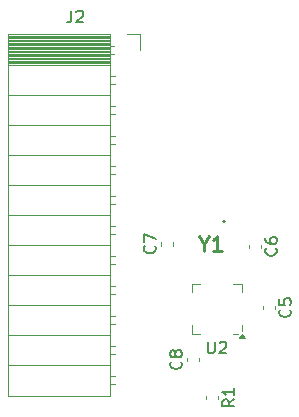
<source format=gbr>
%TF.GenerationSoftware,KiCad,Pcbnew,8.0.4*%
%TF.CreationDate,2024-10-29T17:12:26-05:00*%
%TF.ProjectId,smd_breadboard,736d645f-6272-4656-9164-626f6172642e,rev?*%
%TF.SameCoordinates,Original*%
%TF.FileFunction,Legend,Top*%
%TF.FilePolarity,Positive*%
%FSLAX46Y46*%
G04 Gerber Fmt 4.6, Leading zero omitted, Abs format (unit mm)*
G04 Created by KiCad (PCBNEW 8.0.4) date 2024-10-29 17:12:26*
%MOMM*%
%LPD*%
G01*
G04 APERTURE LIST*
%ADD10C,0.150000*%
%ADD11C,0.254000*%
%ADD12C,0.120000*%
%ADD13C,0.200000*%
G04 APERTURE END LIST*
D10*
X149486666Y-35564819D02*
X149486666Y-36279104D01*
X149486666Y-36279104D02*
X149439047Y-36421961D01*
X149439047Y-36421961D02*
X149343809Y-36517200D01*
X149343809Y-36517200D02*
X149200952Y-36564819D01*
X149200952Y-36564819D02*
X149105714Y-36564819D01*
X149915238Y-35660057D02*
X149962857Y-35612438D01*
X149962857Y-35612438D02*
X150058095Y-35564819D01*
X150058095Y-35564819D02*
X150296190Y-35564819D01*
X150296190Y-35564819D02*
X150391428Y-35612438D01*
X150391428Y-35612438D02*
X150439047Y-35660057D01*
X150439047Y-35660057D02*
X150486666Y-35755295D01*
X150486666Y-35755295D02*
X150486666Y-35850533D01*
X150486666Y-35850533D02*
X150439047Y-35993390D01*
X150439047Y-35993390D02*
X149867619Y-36564819D01*
X149867619Y-36564819D02*
X150486666Y-36564819D01*
X161038095Y-63584819D02*
X161038095Y-64394342D01*
X161038095Y-64394342D02*
X161085714Y-64489580D01*
X161085714Y-64489580D02*
X161133333Y-64537200D01*
X161133333Y-64537200D02*
X161228571Y-64584819D01*
X161228571Y-64584819D02*
X161419047Y-64584819D01*
X161419047Y-64584819D02*
X161514285Y-64537200D01*
X161514285Y-64537200D02*
X161561904Y-64489580D01*
X161561904Y-64489580D02*
X161609523Y-64394342D01*
X161609523Y-64394342D02*
X161609523Y-63584819D01*
X162038095Y-63680057D02*
X162085714Y-63632438D01*
X162085714Y-63632438D02*
X162180952Y-63584819D01*
X162180952Y-63584819D02*
X162419047Y-63584819D01*
X162419047Y-63584819D02*
X162514285Y-63632438D01*
X162514285Y-63632438D02*
X162561904Y-63680057D01*
X162561904Y-63680057D02*
X162609523Y-63775295D01*
X162609523Y-63775295D02*
X162609523Y-63870533D01*
X162609523Y-63870533D02*
X162561904Y-64013390D01*
X162561904Y-64013390D02*
X161990476Y-64584819D01*
X161990476Y-64584819D02*
X162609523Y-64584819D01*
D11*
X160695238Y-55282056D02*
X160695238Y-55886818D01*
X160271905Y-54616818D02*
X160695238Y-55282056D01*
X160695238Y-55282056D02*
X161118572Y-54616818D01*
X162207143Y-55886818D02*
X161481428Y-55886818D01*
X161844285Y-55886818D02*
X161844285Y-54616818D01*
X161844285Y-54616818D02*
X161723333Y-54798246D01*
X161723333Y-54798246D02*
X161602381Y-54919199D01*
X161602381Y-54919199D02*
X161481428Y-54979675D01*
D10*
X163284819Y-68479166D02*
X162808628Y-68812499D01*
X163284819Y-69050594D02*
X162284819Y-69050594D01*
X162284819Y-69050594D02*
X162284819Y-68669642D01*
X162284819Y-68669642D02*
X162332438Y-68574404D01*
X162332438Y-68574404D02*
X162380057Y-68526785D01*
X162380057Y-68526785D02*
X162475295Y-68479166D01*
X162475295Y-68479166D02*
X162618152Y-68479166D01*
X162618152Y-68479166D02*
X162713390Y-68526785D01*
X162713390Y-68526785D02*
X162761009Y-68574404D01*
X162761009Y-68574404D02*
X162808628Y-68669642D01*
X162808628Y-68669642D02*
X162808628Y-69050594D01*
X163284819Y-67526785D02*
X163284819Y-68098213D01*
X163284819Y-67812499D02*
X162284819Y-67812499D01*
X162284819Y-67812499D02*
X162427676Y-67907737D01*
X162427676Y-67907737D02*
X162522914Y-68002975D01*
X162522914Y-68002975D02*
X162570533Y-68098213D01*
X158759580Y-65279166D02*
X158807200Y-65326785D01*
X158807200Y-65326785D02*
X158854819Y-65469642D01*
X158854819Y-65469642D02*
X158854819Y-65564880D01*
X158854819Y-65564880D02*
X158807200Y-65707737D01*
X158807200Y-65707737D02*
X158711961Y-65802975D01*
X158711961Y-65802975D02*
X158616723Y-65850594D01*
X158616723Y-65850594D02*
X158426247Y-65898213D01*
X158426247Y-65898213D02*
X158283390Y-65898213D01*
X158283390Y-65898213D02*
X158092914Y-65850594D01*
X158092914Y-65850594D02*
X157997676Y-65802975D01*
X157997676Y-65802975D02*
X157902438Y-65707737D01*
X157902438Y-65707737D02*
X157854819Y-65564880D01*
X157854819Y-65564880D02*
X157854819Y-65469642D01*
X157854819Y-65469642D02*
X157902438Y-65326785D01*
X157902438Y-65326785D02*
X157950057Y-65279166D01*
X158283390Y-64707737D02*
X158235771Y-64802975D01*
X158235771Y-64802975D02*
X158188152Y-64850594D01*
X158188152Y-64850594D02*
X158092914Y-64898213D01*
X158092914Y-64898213D02*
X158045295Y-64898213D01*
X158045295Y-64898213D02*
X157950057Y-64850594D01*
X157950057Y-64850594D02*
X157902438Y-64802975D01*
X157902438Y-64802975D02*
X157854819Y-64707737D01*
X157854819Y-64707737D02*
X157854819Y-64517261D01*
X157854819Y-64517261D02*
X157902438Y-64422023D01*
X157902438Y-64422023D02*
X157950057Y-64374404D01*
X157950057Y-64374404D02*
X158045295Y-64326785D01*
X158045295Y-64326785D02*
X158092914Y-64326785D01*
X158092914Y-64326785D02*
X158188152Y-64374404D01*
X158188152Y-64374404D02*
X158235771Y-64422023D01*
X158235771Y-64422023D02*
X158283390Y-64517261D01*
X158283390Y-64517261D02*
X158283390Y-64707737D01*
X158283390Y-64707737D02*
X158331009Y-64802975D01*
X158331009Y-64802975D02*
X158378628Y-64850594D01*
X158378628Y-64850594D02*
X158473866Y-64898213D01*
X158473866Y-64898213D02*
X158664342Y-64898213D01*
X158664342Y-64898213D02*
X158759580Y-64850594D01*
X158759580Y-64850594D02*
X158807200Y-64802975D01*
X158807200Y-64802975D02*
X158854819Y-64707737D01*
X158854819Y-64707737D02*
X158854819Y-64517261D01*
X158854819Y-64517261D02*
X158807200Y-64422023D01*
X158807200Y-64422023D02*
X158759580Y-64374404D01*
X158759580Y-64374404D02*
X158664342Y-64326785D01*
X158664342Y-64326785D02*
X158473866Y-64326785D01*
X158473866Y-64326785D02*
X158378628Y-64374404D01*
X158378628Y-64374404D02*
X158331009Y-64422023D01*
X158331009Y-64422023D02*
X158283390Y-64517261D01*
X156529580Y-55479166D02*
X156577200Y-55526785D01*
X156577200Y-55526785D02*
X156624819Y-55669642D01*
X156624819Y-55669642D02*
X156624819Y-55764880D01*
X156624819Y-55764880D02*
X156577200Y-55907737D01*
X156577200Y-55907737D02*
X156481961Y-56002975D01*
X156481961Y-56002975D02*
X156386723Y-56050594D01*
X156386723Y-56050594D02*
X156196247Y-56098213D01*
X156196247Y-56098213D02*
X156053390Y-56098213D01*
X156053390Y-56098213D02*
X155862914Y-56050594D01*
X155862914Y-56050594D02*
X155767676Y-56002975D01*
X155767676Y-56002975D02*
X155672438Y-55907737D01*
X155672438Y-55907737D02*
X155624819Y-55764880D01*
X155624819Y-55764880D02*
X155624819Y-55669642D01*
X155624819Y-55669642D02*
X155672438Y-55526785D01*
X155672438Y-55526785D02*
X155720057Y-55479166D01*
X155624819Y-55145832D02*
X155624819Y-54479166D01*
X155624819Y-54479166D02*
X156624819Y-54907737D01*
X166789580Y-55679166D02*
X166837200Y-55726785D01*
X166837200Y-55726785D02*
X166884819Y-55869642D01*
X166884819Y-55869642D02*
X166884819Y-55964880D01*
X166884819Y-55964880D02*
X166837200Y-56107737D01*
X166837200Y-56107737D02*
X166741961Y-56202975D01*
X166741961Y-56202975D02*
X166646723Y-56250594D01*
X166646723Y-56250594D02*
X166456247Y-56298213D01*
X166456247Y-56298213D02*
X166313390Y-56298213D01*
X166313390Y-56298213D02*
X166122914Y-56250594D01*
X166122914Y-56250594D02*
X166027676Y-56202975D01*
X166027676Y-56202975D02*
X165932438Y-56107737D01*
X165932438Y-56107737D02*
X165884819Y-55964880D01*
X165884819Y-55964880D02*
X165884819Y-55869642D01*
X165884819Y-55869642D02*
X165932438Y-55726785D01*
X165932438Y-55726785D02*
X165980057Y-55679166D01*
X165884819Y-54822023D02*
X165884819Y-55012499D01*
X165884819Y-55012499D02*
X165932438Y-55107737D01*
X165932438Y-55107737D02*
X165980057Y-55155356D01*
X165980057Y-55155356D02*
X166122914Y-55250594D01*
X166122914Y-55250594D02*
X166313390Y-55298213D01*
X166313390Y-55298213D02*
X166694342Y-55298213D01*
X166694342Y-55298213D02*
X166789580Y-55250594D01*
X166789580Y-55250594D02*
X166837200Y-55202975D01*
X166837200Y-55202975D02*
X166884819Y-55107737D01*
X166884819Y-55107737D02*
X166884819Y-54917261D01*
X166884819Y-54917261D02*
X166837200Y-54822023D01*
X166837200Y-54822023D02*
X166789580Y-54774404D01*
X166789580Y-54774404D02*
X166694342Y-54726785D01*
X166694342Y-54726785D02*
X166456247Y-54726785D01*
X166456247Y-54726785D02*
X166361009Y-54774404D01*
X166361009Y-54774404D02*
X166313390Y-54822023D01*
X166313390Y-54822023D02*
X166265771Y-54917261D01*
X166265771Y-54917261D02*
X166265771Y-55107737D01*
X166265771Y-55107737D02*
X166313390Y-55202975D01*
X166313390Y-55202975D02*
X166361009Y-55250594D01*
X166361009Y-55250594D02*
X166456247Y-55298213D01*
X167989580Y-60879166D02*
X168037200Y-60926785D01*
X168037200Y-60926785D02*
X168084819Y-61069642D01*
X168084819Y-61069642D02*
X168084819Y-61164880D01*
X168084819Y-61164880D02*
X168037200Y-61307737D01*
X168037200Y-61307737D02*
X167941961Y-61402975D01*
X167941961Y-61402975D02*
X167846723Y-61450594D01*
X167846723Y-61450594D02*
X167656247Y-61498213D01*
X167656247Y-61498213D02*
X167513390Y-61498213D01*
X167513390Y-61498213D02*
X167322914Y-61450594D01*
X167322914Y-61450594D02*
X167227676Y-61402975D01*
X167227676Y-61402975D02*
X167132438Y-61307737D01*
X167132438Y-61307737D02*
X167084819Y-61164880D01*
X167084819Y-61164880D02*
X167084819Y-61069642D01*
X167084819Y-61069642D02*
X167132438Y-60926785D01*
X167132438Y-60926785D02*
X167180057Y-60879166D01*
X167084819Y-59974404D02*
X167084819Y-60450594D01*
X167084819Y-60450594D02*
X167561009Y-60498213D01*
X167561009Y-60498213D02*
X167513390Y-60450594D01*
X167513390Y-60450594D02*
X167465771Y-60355356D01*
X167465771Y-60355356D02*
X167465771Y-60117261D01*
X167465771Y-60117261D02*
X167513390Y-60022023D01*
X167513390Y-60022023D02*
X167561009Y-59974404D01*
X167561009Y-59974404D02*
X167656247Y-59926785D01*
X167656247Y-59926785D02*
X167894342Y-59926785D01*
X167894342Y-59926785D02*
X167989580Y-59974404D01*
X167989580Y-59974404D02*
X168037200Y-60022023D01*
X168037200Y-60022023D02*
X168084819Y-60117261D01*
X168084819Y-60117261D02*
X168084819Y-60355356D01*
X168084819Y-60355356D02*
X168037200Y-60450594D01*
X168037200Y-60450594D02*
X167989580Y-60498213D01*
D12*
%TO.C,J2*%
X144110000Y-37550000D02*
X144110000Y-68150000D01*
X144110000Y-37550000D02*
X152740000Y-37550000D01*
X144110000Y-37670000D02*
X152740000Y-37670000D01*
X144110000Y-37788095D02*
X152740000Y-37788095D01*
X144110000Y-37906190D02*
X152740000Y-37906190D01*
X144110000Y-38024285D02*
X152740000Y-38024285D01*
X144110000Y-38142380D02*
X152740000Y-38142380D01*
X144110000Y-38260475D02*
X152740000Y-38260475D01*
X144110000Y-38378570D02*
X152740000Y-38378570D01*
X144110000Y-38496665D02*
X152740000Y-38496665D01*
X144110000Y-38614760D02*
X152740000Y-38614760D01*
X144110000Y-38732855D02*
X152740000Y-38732855D01*
X144110000Y-38850950D02*
X152740000Y-38850950D01*
X144110000Y-38969045D02*
X152740000Y-38969045D01*
X144110000Y-39087140D02*
X152740000Y-39087140D01*
X144110000Y-39205235D02*
X152740000Y-39205235D01*
X144110000Y-39323330D02*
X152740000Y-39323330D01*
X144110000Y-39441425D02*
X152740000Y-39441425D01*
X144110000Y-39559520D02*
X152740000Y-39559520D01*
X144110000Y-39677615D02*
X152740000Y-39677615D01*
X144110000Y-39795710D02*
X152740000Y-39795710D01*
X144110000Y-39913805D02*
X152740000Y-39913805D01*
X144110000Y-40031900D02*
X152740000Y-40031900D01*
X144110000Y-40150000D02*
X152740000Y-40150000D01*
X144110000Y-42690000D02*
X152740000Y-42690000D01*
X144110000Y-45230000D02*
X152740000Y-45230000D01*
X144110000Y-47770000D02*
X152740000Y-47770000D01*
X144110000Y-50310000D02*
X152740000Y-50310000D01*
X144110000Y-52850000D02*
X152740000Y-52850000D01*
X144110000Y-55390000D02*
X152740000Y-55390000D01*
X144110000Y-57930000D02*
X152740000Y-57930000D01*
X144110000Y-60470000D02*
X152740000Y-60470000D01*
X144110000Y-63010000D02*
X152740000Y-63010000D01*
X144110000Y-65550000D02*
X152740000Y-65550000D01*
X144110000Y-68150000D02*
X152740000Y-68150000D01*
X152740000Y-37550000D02*
X152740000Y-68150000D01*
X152740000Y-38520000D02*
X153090000Y-38520000D01*
X152740000Y-39240000D02*
X153090000Y-39240000D01*
X152740000Y-41060000D02*
X153150000Y-41060000D01*
X152740000Y-41780000D02*
X153150000Y-41780000D01*
X152740000Y-43600000D02*
X153150000Y-43600000D01*
X152740000Y-44320000D02*
X153150000Y-44320000D01*
X152740000Y-46140000D02*
X153150000Y-46140000D01*
X152740000Y-46860000D02*
X153150000Y-46860000D01*
X152740000Y-48680000D02*
X153150000Y-48680000D01*
X152740000Y-49400000D02*
X153150000Y-49400000D01*
X152740000Y-51220000D02*
X153150000Y-51220000D01*
X152740000Y-51940000D02*
X153150000Y-51940000D01*
X152740000Y-53760000D02*
X153150000Y-53760000D01*
X152740000Y-54480000D02*
X153150000Y-54480000D01*
X152740000Y-56300000D02*
X153150000Y-56300000D01*
X152740000Y-57020000D02*
X153150000Y-57020000D01*
X152740000Y-58840000D02*
X153150000Y-58840000D01*
X152740000Y-59560000D02*
X153150000Y-59560000D01*
X152740000Y-61380000D02*
X153150000Y-61380000D01*
X152740000Y-62100000D02*
X153150000Y-62100000D01*
X152740000Y-63920000D02*
X153150000Y-63920000D01*
X152740000Y-64640000D02*
X153150000Y-64640000D01*
X152740000Y-66460000D02*
X153150000Y-66460000D01*
X152740000Y-67180000D02*
X153150000Y-67180000D01*
X154200000Y-37550000D02*
X155310000Y-37550000D01*
X155310000Y-37550000D02*
X155310000Y-38880000D01*
%TO.C,U2*%
X163910000Y-62185000D02*
X163910000Y-62670000D01*
X163910000Y-58690000D02*
X163910000Y-59415000D01*
X163185000Y-62910000D02*
X163610000Y-62910000D01*
X163185000Y-58690000D02*
X163910000Y-58690000D01*
X160415000Y-62910000D02*
X159690000Y-62910000D01*
X160415000Y-58690000D02*
X159690000Y-58690000D01*
X159690000Y-62910000D02*
X159690000Y-62185000D01*
X159690000Y-58690000D02*
X159690000Y-59415000D01*
X164150000Y-63240000D02*
X163670000Y-63240000D01*
X163910000Y-62910000D01*
X164150000Y-63240000D01*
G36*
X164150000Y-63240000D02*
G01*
X163670000Y-63240000D01*
X163910000Y-62910000D01*
X164150000Y-63240000D01*
G37*
D13*
%TO.C,Y1*%
X162500000Y-53412500D02*
X162500000Y-53412500D01*
X162300000Y-53412500D02*
X162300000Y-53412500D01*
X162300000Y-53412500D02*
G75*
G02*
X162500000Y-53412500I100000J0D01*
G01*
X162500000Y-53412500D02*
G75*
G02*
X162300000Y-53412500I-100000J0D01*
G01*
D12*
%TO.C,R1*%
X161910000Y-68149721D02*
X161910000Y-68475279D01*
X160890000Y-68149721D02*
X160890000Y-68475279D01*
%TO.C,C8*%
X160310000Y-64971920D02*
X160310000Y-65253080D01*
X159290000Y-64971920D02*
X159290000Y-65253080D01*
%TO.C,C7*%
X157090000Y-55453080D02*
X157090000Y-55171920D01*
X158110000Y-55453080D02*
X158110000Y-55171920D01*
%TO.C,C6*%
X165510000Y-55371920D02*
X165510000Y-55653080D01*
X164490000Y-55371920D02*
X164490000Y-55653080D01*
%TO.C,C5*%
X166710000Y-60571920D02*
X166710000Y-60853080D01*
X165690000Y-60571920D02*
X165690000Y-60853080D01*
%TD*%
M02*

</source>
